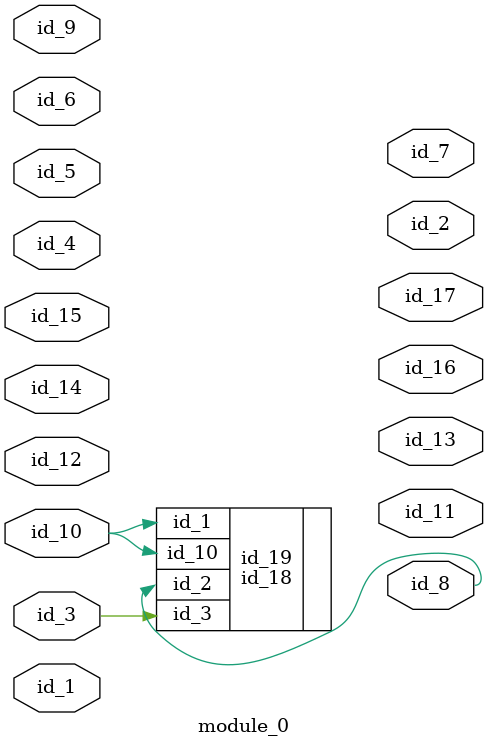
<source format=v>
module module_0 (
    id_1,
    id_2,
    id_3,
    id_4,
    id_5,
    id_6,
    id_7,
    id_8,
    id_9,
    id_10,
    id_11,
    id_12,
    id_13,
    id_14,
    id_15,
    id_16,
    id_17
);
  output id_17;
  output id_16;
  input id_15;
  input id_14;
  output id_13;
  input id_12;
  output id_11;
  input id_10;
  input id_9;
  output id_8;
  output id_7;
  input id_6;
  input id_5;
  input id_4;
  input id_3;
  output id_2;
  input id_1;
  id_18 id_19 (
      .id_2 (id_8),
      .id_1 (id_10),
      .id_3 (id_3),
      .id_10(id_10)
  );
endmodule

</source>
